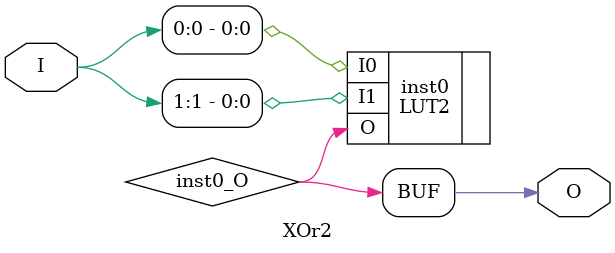
<source format=v>
module XOr2 (input [1:0] I, output  O);
wire  inst0_O;
LUT2 #(.INIT(4'h6)) inst0 (.I0(I[0]), .I1(I[1]), .O(inst0_O));
assign O = inst0_O;
endmodule


</source>
